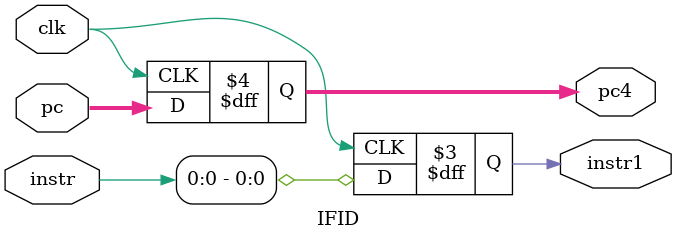
<source format=v>
`timescale 1ns / 1ps


module IFID(
    input   clk,
    input   [31:0]pc,
    input   [31:0]instr,
    output  reg instr1,
    output  reg [31:0]pc4
    );
    initial
    begin
      instr1 = 0;
      pc4 = 0;
    end
    always@(posedge clk)
    begin
      instr1 <= instr;
      pc4 <= pc;
    end
endmodule

</source>
